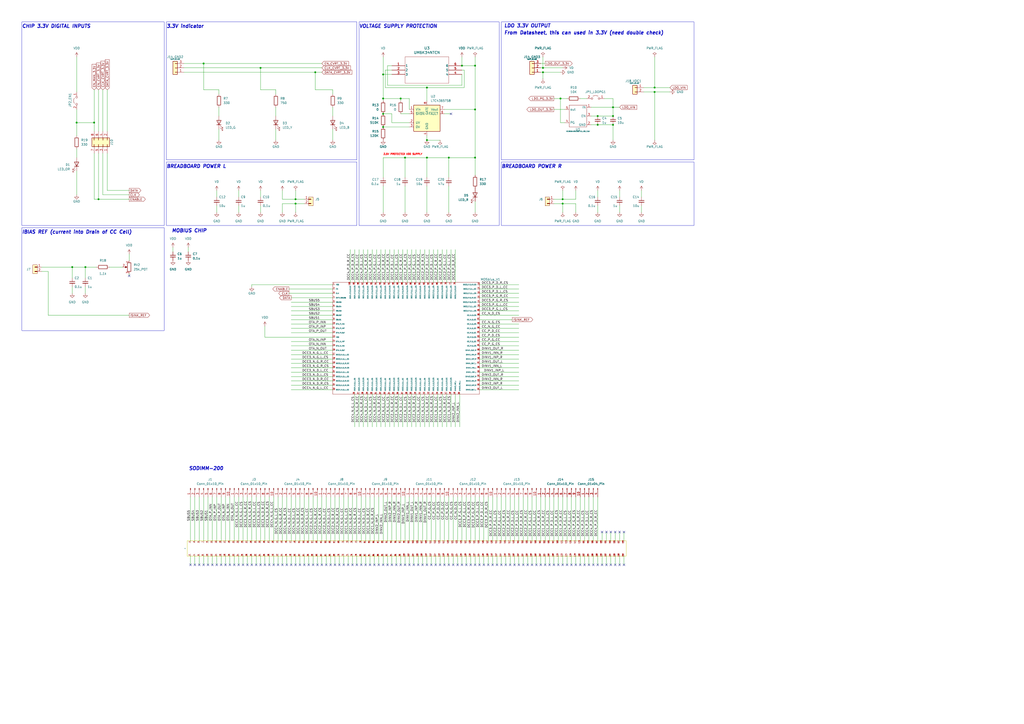
<source format=kicad_sch>
(kicad_sch (version 20250114) (generator "eeschema") (generator_version "9.0")
  (paper "A2")
  (rectangle (start 96.52 12.7) (end 207.01 92.71))
  (rectangle (start 96.52 93.98) (end 207.01 130.81))
  (rectangle (start 290.83 12.7) (end 402.59 92.71))
  (rectangle (start 12.7 132.08) (end 95.25 191.77))
  (rectangle (start 208.28 12.7) (end 289.56 130.81))
  (rectangle (start 12.7 12.7) (end 95.25 130.81))
  (rectangle (start 290.83 93.98) (end 402.59 130.81))
  (text "LDO 3.3V OUTPUT" (at 292.354 16.256 0) (effects (font (size 2 2) (bold yes) (italic yes)) (justify left bottom)))
  (text "3.3V indicator" (at 96.52 16.51 0) (effects (font (size 2 2) (bold yes) (italic yes)) (justify left bottom)))
  (text "SODIMM-200\n" (at 109.474 273.05 0) (effects (font (size 2 2) (bold yes) (italic yes)) (justify left bottom)))
  (text "BREADBOARD POWER R" (at 290.83 97.79 0) (effects (font (size 2 2) (bold yes) (italic yes)) (justify left bottom)))
  (text "CHIP 3.3V DIGITAL INPUTS" (at 12.7 16.51 0) (effects (font (size 2 2) (bold yes) (italic yes)) (justify left bottom)))
  (text "VOLTAGE SUPPLY PROTECTION " (at 208.28 16.51 0) (effects (font (size 2 2) (bold yes) (italic yes)) (justify left bottom)))
  (text "MOBIUS CHIP\n" (at 99.568 135.128 0) (effects (font (size 2 2) (bold yes) (italic yes)) (justify left bottom)))
  (text "BREADBOARD POWER L" (at 96.52 97.79 0) (effects (font (size 2 2) (bold yes) (italic yes)) (justify left bottom)))
  (text "2.5V PROTECTED VDD SUPPLY" (at 222.25 90.17 0) (effects (font (size 1 1) (thickness 0.4) (bold yes) (italic yes)) (justify left bottom)))
  (text "IBIAS REF (current into Drain of CC Cell)" (at 12.7 135.89 0) (effects (font (size 2 2) (bold yes) (italic yes)) (justify left bottom)))
  (text "From Datasheet, this can used in 3.3V (need double check)" (at 292.354 20.32 0) (effects (font (size 2 2) (bold yes) (italic yes)) (justify left bottom)))
  (junction (at 355.6 72.39))
  (junction (at 41.91 154.94))
  (junction (at 247.65 50.8))
  (junction (at 355.6 67.31))
  (junction (at 346.71 67.31))
  (junction (at 247.65 81.28))
  (junction (at 222.25 57.15))
  (junction (at 222.25 43.18))
  (junction (at 260.35 91.44))
  (junction (at 182.88 41.91))
  (junction (at 171.45 115.57))
  (junction (at 325.12 57.15))
  (junction (at 275.59 38.1))
  (junction (at 44.45 71.12))
  (junction (at 222.25 66.04))
  (junction (at 234.95 91.44))
  (junction (at 379.73 50.8))
  (junction (at 275.59 63.5))
  (junction (at 326.39 118.11))
  (junction (at 151.13 39.37))
  (junction (at 247.65 91.44))
  (junction (at 57.15 115.57))
  (junction (at 267.97 38.1))
  (junction (at 171.45 118.11))
  (junction (at 326.39 115.57))
  (junction (at 355.6 62.23))
  (junction (at 346.71 72.39))
  (junction (at 379.73 53.34))
  (junction (at 275.59 91.44))
  (junction (at 232.41 57.15))
  (junction (at 54.61 71.12))
  (junction (at 49.53 154.94))
  (junction (at 314.96 41.91))
  (junction (at 222.25 73.66))
  (junction (at 314.96 39.37))
  (junction (at 118.11 36.83))
  (no_connect (at 128.27 327.66))
  (no_connect (at 290.83 327.66))
  (no_connect (at 250.19 327.66))
  (no_connect (at 176.53 327.66))
  (no_connect (at 339.09 327.66))
  (no_connect (at 138.43 327.66))
  (no_connect (at 321.31 327.66))
  (no_connect (at 336.55 327.66))
  (no_connect (at 184.15 327.66))
  (no_connect (at 229.87 327.66))
  (no_connect (at 181.61 327.66))
  (no_connect (at 140.97 327.66))
  (no_connect (at 110.49 327.66))
  (no_connect (at 186.69 327.66))
  (no_connect (at 143.51 327.66))
  (no_connect (at 201.93 327.66))
  (no_connect (at 168.91 327.66))
  (no_connect (at 219.71 327.66))
  (no_connect (at 199.39 327.66))
  (no_connect (at 191.77 327.66))
  (no_connect (at 245.11 327.66))
  (no_connect (at 161.29 327.66))
  (no_connect (at 356.87 327.66))
  (no_connect (at 354.33 327.66))
  (no_connect (at 351.79 327.66))
  (no_connect (at 267.97 327.66))
  (no_connect (at 280.67 327.66))
  (no_connect (at 207.01 327.66))
  (no_connect (at 285.75 327.66))
  (no_connect (at 240.03 327.66))
  (no_connect (at 326.39 327.66))
  (no_connect (at 171.45 327.66))
  (no_connect (at 313.69 327.66))
  (no_connect (at 247.65 327.66))
  (no_connect (at 153.67 327.66))
  (no_connect (at 237.49 327.66))
  (no_connect (at 300.99 327.66))
  (no_connect (at 133.35 327.66))
  (no_connect (at 293.37 327.66))
  (no_connect (at 123.19 327.66))
  (no_connect (at 295.91 327.66))
  (no_connect (at 328.93 327.66))
  (no_connect (at 189.23 327.66))
  (no_connect (at 344.17 327.66))
  (no_connect (at 356.87 308.61))
  (no_connect (at 354.33 308.61))
  (no_connect (at 242.57 327.66))
  (no_connect (at 255.27 327.66))
  (no_connect (at 361.95 327.66))
  (no_connect (at 120.65 327.66))
  (no_connect (at 113.03 327.66))
  (no_connect (at 359.41 308.61))
  (no_connect (at 273.05 327.66))
  (no_connect (at 217.17 327.66))
  (no_connect (at 166.37 327.66))
  (no_connect (at 158.75 327.66))
  (no_connect (at 359.41 327.66))
  (no_connect (at 278.13 327.66))
  (no_connect (at 311.15 327.66))
  (no_connect (at 194.31 327.66))
  (no_connect (at 306.07 327.66))
  (no_connect (at 173.99 327.66))
  (no_connect (at 130.81 327.66))
  (no_connect (at 288.29 327.66))
  (no_connect (at 351.79 308.61))
  (no_connect (at 316.23 327.66))
  (no_connect (at 151.13 327.66))
  (no_connect (at 252.73 327.66))
  (no_connect (at 224.79 327.66))
  (no_connect (at 275.59 327.66))
  (no_connect (at 179.07 327.66))
  (no_connect (at 125.73 327.66))
  (no_connect (at 135.89 327.66))
  (no_connect (at 349.25 327.66))
  (no_connect (at 270.51 327.66))
  (no_connect (at 227.33 327.66))
  (no_connect (at 341.63 327.66))
  (no_connect (at 361.95 308.61))
  (no_connect (at 232.41 327.66))
  (no_connect (at 265.43 327.66))
  (no_connect (at 331.47 327.66))
  (no_connect (at 74.93 160.02))
  (no_connect (at 148.59 327.66))
  (no_connect (at 318.77 327.66))
  (no_connect (at 234.95 327.66))
  (no_connect (at 163.83 327.66))
  (no_connect (at 196.85 327.66))
  (no_connect (at 115.57 327.66))
  (no_connect (at 262.89 327.66))
  (no_connect (at 214.63 327.66))
  (no_connect (at 298.45 327.66))
  (no_connect (at 308.61 327.66))
  (no_connect (at 257.81 327.66))
  (no_connect (at 346.71 327.66))
  (no_connect (at 204.47 327.66))
  (no_connect (at 261.62 66.04))
  (no_connect (at 323.85 327.66))
  (no_connect (at 349.25 308.61))
  (no_connect (at 209.55 327.66))
  (no_connect (at 212.09 327.66))
  (no_connect (at 334.01 327.66))
  (no_connect (at 283.21 327.66))
  (no_connect (at 156.21 327.66))
  (no_connect (at 303.53 327.66))
  (no_connect (at 146.05 327.66))
  (no_connect (at 118.11 327.66))
  (no_connect (at 222.25 327.66))
  (no_connect (at 260.35 327.66))
  (wire (pts (xy 247.65 81.28) (xy 255.27 81.28)))
  (wire (pts (xy 262.89 288.29) (xy 262.89 313.69)))
  (wire (pts (xy 118.11 36.83) (xy 118.11 52.07)))
  (wire (pts (xy 270.51 327.66) (xy 270.51 322.58)))
  (wire (pts (xy 110.49 327.66) (xy 110.49 322.58)))
  (wire (pts (xy 308.61 288.29) (xy 308.61 313.69)))
  (wire (pts (xy 179.07 288.29) (xy 179.07 313.69)))
  (wire (pts (xy 193.04 195.58) (xy 153.67 195.58)))
  (wire (pts (xy 153.67 313.69) (xy 153.67 288.29)))
  (wire (pts (xy 219.71 327.66) (xy 219.71 322.58)))
  (wire (pts (xy 336.55 327.66) (xy 336.55 322.58)))
  (wire (pts (xy 110.49 313.69) (xy 110.49 288.29)))
  (wire (pts (xy 215.9 144.78) (xy 215.9 163.83)))
  (wire (pts (xy 341.63 327.66) (xy 341.63 322.58)))
  (wire (pts (xy 54.61 71.12) (xy 54.61 76.2)))
  (wire (pts (xy 168.91 198.12) (xy 193.04 198.12)))
  (wire (pts (xy 118.11 313.69) (xy 118.11 288.29)))
  (wire (pts (xy 207.01 288.29) (xy 207.01 313.69)))
  (wire (pts (xy 133.35 313.69) (xy 133.35 288.29)))
  (wire (pts (xy 349.25 308.61) (xy 349.25 313.69)))
  (wire (pts (xy 167.64 167.64) (xy 193.04 167.64)))
  (wire (pts (xy 229.87 288.29) (xy 229.87 313.69)))
  (wire (pts (xy 224.79 327.66) (xy 224.79 322.58)))
  (wire (pts (xy 171.45 327.66) (xy 171.45 322.58)))
  (wire (pts (xy 278.13 198.12) (xy 300.99 198.12)))
  (wire (pts (xy 316.23 288.29) (xy 316.23 313.69)))
  (wire (pts (xy 242.57 288.29) (xy 242.57 313.69)))
  (wire (pts (xy 267.97 43.18) (xy 267.97 49.53)))
  (wire (pts (xy 168.91 200.66) (xy 193.04 200.66)))
  (wire (pts (xy 234.95 288.29) (xy 234.95 313.69)))
  (wire (pts (xy 163.83 327.66) (xy 163.83 322.58)))
  (wire (pts (xy 74.93 160.02) (xy 74.93 158.75)))
  (wire (pts (xy 334.01 327.66) (xy 334.01 322.58)))
  (wire (pts (xy 278.13 193.04) (xy 300.99 193.04)))
  (wire (pts (xy 227.33 40.64) (xy 223.52 40.64)))
  (wire (pts (xy 236.22 144.78) (xy 236.22 163.83)))
  (wire (pts (xy 215.9 228.6) (xy 215.9 247.65)))
  (wire (pts (xy 290.83 327.66) (xy 290.83 322.58)))
  (wire (pts (xy 278.13 185.42) (xy 297.18 185.42)))
  (wire (pts (xy 261.62 144.78) (xy 261.62 163.83)))
  (wire (pts (xy 321.31 118.11) (xy 326.39 118.11)))
  (wire (pts (xy 156.21 327.66) (xy 156.21 322.58)))
  (wire (pts (xy 311.15 327.66) (xy 311.15 322.58)))
  (wire (pts (xy 241.3 144.78) (xy 241.3 163.83)))
  (wire (pts (xy 59.69 113.03) (xy 74.93 113.03)))
  (wire (pts (xy 293.37 327.66) (xy 293.37 322.58)))
  (wire (pts (xy 168.91 175.26) (xy 193.04 175.26)))
  (wire (pts (xy 24.13 154.94) (xy 41.91 154.94)))
  (wire (pts (xy 241.3 228.6) (xy 241.3 247.65)))
  (wire (pts (xy 168.91 172.72) (xy 193.04 172.72)))
  (wire (pts (xy 260.35 288.29) (xy 260.35 313.69)))
  (wire (pts (xy 278.13 203.2) (xy 300.99 203.2)))
  (wire (pts (xy 181.61 288.29) (xy 181.61 313.69)))
  (wire (pts (xy 41.91 154.94) (xy 49.53 154.94)))
  (wire (pts (xy 148.59 327.66) (xy 148.59 322.58)))
  (wire (pts (xy 118.11 36.83) (xy 186.69 36.83)))
  (wire (pts (xy 62.23 88.9) (xy 62.23 110.49)))
  (wire (pts (xy 346.71 67.31) (xy 342.9 67.31)))
  (wire (pts (xy 316.23 36.83) (xy 313.69 36.83)))
  (wire (pts (xy 275.59 33.02) (xy 275.59 38.1)))
  (wire (pts (xy 250.19 288.29) (xy 250.19 313.69)))
  (wire (pts (xy 227.33 38.1) (xy 224.79 38.1)))
  (wire (pts (xy 250.19 327.66) (xy 250.19 322.58)))
  (wire (pts (xy 240.03 327.66) (xy 240.03 322.58)))
  (wire (pts (xy 339.09 288.29) (xy 339.09 313.69)))
  (wire (pts (xy 213.36 228.6) (xy 213.36 247.65)))
  (wire (pts (xy 171.45 118.11) (xy 163.83 118.11)))
  (wire (pts (xy 127 62.23) (xy 127 67.31)))
  (wire (pts (xy 295.91 327.66) (xy 295.91 322.58)))
  (wire (pts (xy 275.59 63.5) (xy 275.59 91.44)))
  (wire (pts (xy 222.25 91.44) (xy 234.95 91.44)))
  (wire (pts (xy 260.35 91.44) (xy 260.35 102.87)))
  (wire (pts (xy 196.85 288.29) (xy 196.85 313.69)))
  (wire (pts (xy 223.52 144.78) (xy 223.52 163.83)))
  (wire (pts (xy 246.38 228.6) (xy 246.38 247.65)))
  (wire (pts (xy 257.81 288.29) (xy 257.81 313.69)))
  (wire (pts (xy 27.94 157.48) (xy 24.13 157.48)))
  (wire (pts (xy 260.35 327.66) (xy 260.35 322.58)))
  (wire (pts (xy 212.09 327.66) (xy 212.09 322.58)))
  (wire (pts (xy 247.65 50.8) (xy 247.65 58.42)))
  (wire (pts (xy 218.44 228.6) (xy 218.44 247.65)))
  (wire (pts (xy 120.65 327.66) (xy 120.65 322.58)))
  (wire (pts (xy 227.33 71.12) (xy 227.33 66.04)))
  (wire (pts (xy 313.69 288.29) (xy 313.69 313.69)))
  (wire (pts (xy 278.13 172.72) (xy 300.99 172.72)))
  (wire (pts (xy 166.37 327.66) (xy 166.37 322.58)))
  (wire (pts (xy 316.23 327.66) (xy 316.23 322.58)))
  (wire (pts (xy 379.73 53.34) (xy 379.73 81.28)))
  (wire (pts (xy 146.05 165.1) (xy 193.04 165.1)))
  (wire (pts (xy 303.53 288.29) (xy 303.53 313.69)))
  (wire (pts (xy 273.05 327.66) (xy 273.05 322.58)))
  (wire (pts (xy 189.23 288.29) (xy 189.23 313.69)))
  (wire (pts (xy 300.99 327.66) (xy 300.99 322.58)))
  (wire (pts (xy 209.55 288.29) (xy 209.55 313.69)))
  (wire (pts (xy 166.37 288.29) (xy 166.37 313.69)))
  (wire (pts (xy 41.91 170.18) (xy 41.91 166.37)))
  (wire (pts (xy 168.91 218.44) (xy 193.04 218.44)))
  (wire (pts (xy 130.81 327.66) (xy 130.81 322.58)))
  (wire (pts (xy 54.61 115.57) (xy 57.15 115.57)))
  (wire (pts (xy 355.6 57.15) (xy 350.52 57.15)))
  (wire (pts (xy 252.73 288.29) (xy 252.73 313.69)))
  (wire (pts (xy 123.19 327.66) (xy 123.19 322.58)))
  (wire (pts (xy 186.69 288.29) (xy 186.69 313.69)))
  (wire (pts (xy 171.45 110.49) (xy 171.45 115.57)))
  (wire (pts (xy 106.68 36.83) (xy 118.11 36.83)))
  (wire (pts (xy 308.61 327.66) (xy 308.61 322.58)))
  (wire (pts (xy 222.25 327.66) (xy 222.25 322.58)))
  (wire (pts (xy 355.6 62.23) (xy 355.6 67.31)))
  (wire (pts (xy 125.73 110.49) (xy 125.73 114.3)))
  (wire (pts (xy 222.25 73.66) (xy 237.49 73.66)))
  (wire (pts (xy 373.38 50.8) (xy 379.73 50.8)))
  (wire (pts (xy 254 228.6) (xy 254 247.65)))
  (wire (pts (xy 255.27 327.66) (xy 255.27 322.58)))
  (wire (pts (xy 326.39 118.11) (xy 334.01 118.11)))
  (wire (pts (xy 231.14 228.6) (xy 231.14 247.65)))
  (wire (pts (xy 336.55 288.29) (xy 336.55 313.69)))
  (wire (pts (xy 214.63 327.66) (xy 214.63 322.58)))
  (wire (pts (xy 128.27 327.66) (xy 128.27 322.58)))
  (wire (pts (xy 351.79 327.66) (xy 351.79 322.58)))
  (wire (pts (xy 306.07 327.66) (xy 306.07 322.58)))
  (wire (pts (xy 113.03 313.69) (xy 113.03 288.29)))
  (wire (pts (xy 57.15 88.9) (xy 57.15 115.57)))
  (wire (pts (xy 264.16 228.6) (xy 264.16 247.65)))
  (wire (pts (xy 207.01 327.66) (xy 207.01 322.58)))
  (wire (pts (xy 168.91 210.82) (xy 193.04 210.82)))
  (wire (pts (xy 181.61 327.66) (xy 181.61 322.58)))
  (wire (pts (xy 325.12 57.15) (xy 328.93 57.15)))
  (wire (pts (xy 163.83 288.29) (xy 163.83 313.69)))
  (wire (pts (xy 361.95 308.61) (xy 361.95 313.69)))
  (wire (pts (xy 146.05 313.69) (xy 146.05 288.29)))
  (wire (pts (xy 238.76 144.78) (xy 238.76 163.83)))
  (wire (pts (xy 62.23 52.07) (xy 62.23 76.2)))
  (wire (pts (xy 372.11 123.19) (xy 372.11 119.38)))
  (wire (pts (xy 222.25 288.29) (xy 222.25 313.69)))
  (wire (pts (xy 278.13 215.9) (xy 300.99 215.9)))
  (wire (pts (xy 285.75 288.29) (xy 285.75 313.69)))
  (wire (pts (xy 227.33 327.66) (xy 227.33 322.58)))
  (wire (pts (xy 219.71 288.29) (xy 219.71 313.69)))
  (wire (pts (xy 220.98 228.6) (xy 220.98 247.65)))
  (wire (pts (xy 151.13 313.69) (xy 151.13 288.29)))
  (wire (pts (xy 283.21 327.66) (xy 283.21 322.58)))
  (wire (pts (xy 278.13 175.26) (xy 300.99 175.26)))
  (wire (pts (xy 346.71 72.39) (xy 342.9 72.39)))
  (wire (pts (xy 184.15 327.66) (xy 184.15 322.58)))
  (wire (pts (xy 151.13 110.49) (xy 151.13 114.3)))
  (wire (pts (xy 278.13 213.36) (xy 300.99 213.36)))
  (wire (pts (xy 359.41 123.19) (xy 359.41 119.38)))
  (wire (pts (xy 118.11 327.66) (xy 118.11 322.58)))
  (wire (pts (xy 208.28 144.78) (xy 208.28 163.83)))
  (wire (pts (xy 247.65 288.29) (xy 247.65 313.69)))
  (wire (pts (xy 176.53 115.57) (xy 171.45 115.57)))
  (wire (pts (xy 224.79 49.53) (xy 267.97 49.53)))
  (wire (pts (xy 191.77 327.66) (xy 191.77 322.58)))
  (wire (pts (xy 135.89 327.66) (xy 135.89 322.58)))
  (wire (pts (xy 163.83 118.11) (xy 163.83 123.19)))
  (wire (pts (xy 278.13 223.52) (xy 300.99 223.52)))
  (wire (pts (xy 168.91 203.2) (xy 193.04 203.2)))
  (wire (pts (xy 210.82 144.78) (xy 210.82 163.83)))
  (wire (pts (xy 327.66 71.12) (xy 325.12 71.12)))
  (wire (pts (xy 265.43 288.29) (xy 265.43 313.69)))
  (wire (pts (xy 275.59 91.44) (xy 275.59 101.6)))
  (wire (pts (xy 334.01 118.11) (xy 334.01 123.19)))
  (wire (pts (xy 186.69 327.66) (xy 186.69 322.58)))
  (wire (pts (xy 226.06 144.78) (xy 226.06 163.83)))
  (wire (pts (xy 278.13 226.06) (xy 300.99 226.06)))
  (wire (pts (xy 334.01 110.49) (xy 334.01 115.57)))
  (wire (pts (xy 298.45 327.66) (xy 298.45 322.58)))
  (wire (pts (xy 160.02 62.23) (xy 160.02 67.31)))
  (wire (pts (xy 234.95 91.44) (xy 247.65 91.44)))
  (wire (pts (xy 278.13 167.64) (xy 300.99 167.64)))
  (wire (pts (xy 168.91 177.8) (xy 193.04 177.8)))
  (wire (pts (xy 257.81 63.5) (xy 275.59 63.5)))
  (wire (pts (xy 168.91 187.96) (xy 193.04 187.96)))
  (wire (pts (xy 179.07 327.66) (xy 179.07 322.58)))
  (wire (pts (xy 193.04 74.93) (xy 193.04 81.28)))
  (wire (pts (xy 222.25 91.44) (xy 222.25 102.87)))
  (wire (pts (xy 359.41 308.61) (xy 359.41 313.69)))
  (wire (pts (xy 278.13 288.29) (xy 278.13 313.69)))
  (wire (pts (xy 125.73 313.69) (xy 125.73 288.29)))
  (wire (pts (xy 223.52 228.6) (xy 223.52 247.65)))
  (wire (pts (xy 265.43 327.66) (xy 265.43 322.58)))
  (wire (pts (xy 278.13 327.66) (xy 278.13 322.58)))
  (wire (pts (xy 160.02 52.07) (xy 160.02 54.61)))
  (wire (pts (xy 133.35 327.66) (xy 133.35 322.58)))
  (wire (pts (xy 176.53 327.66) (xy 176.53 322.58)))
  (wire (pts (xy 191.77 288.29) (xy 191.77 313.69)))
  (wire (pts (xy 275.59 327.66) (xy 275.59 322.58)))
  (wire (pts (xy 222.25 43.18) (xy 227.33 43.18)))
  (wire (pts (xy 128.27 313.69) (xy 128.27 288.29)))
  (wire (pts (xy 326.39 110.49) (xy 326.39 115.57)))
  (wire (pts (xy 283.21 288.29) (xy 283.21 313.69)))
  (wire (pts (xy 233.68 144.78) (xy 233.68 163.83)))
  (wire (pts (xy 100.33 143.51) (xy 100.33 146.05)))
  (wire (pts (xy 275.59 38.1) (xy 275.59 63.5)))
  (wire (pts (xy 228.6 228.6) (xy 228.6 247.65)))
  (wire (pts (xy 379.73 50.8) (xy 388.62 50.8)))
  (wire (pts (xy 251.46 228.6) (xy 251.46 247.65)))
  (wire (pts (xy 379.73 33.02) (xy 379.73 50.8)))
  (wire (pts (xy 359.41 110.49) (xy 359.41 114.3)))
  (wire (pts (xy 57.15 115.57) (xy 74.93 115.57)))
  (wire (pts (xy 349.25 327.66) (xy 349.25 322.58)))
  (wire (pts (xy 161.29 327.66) (xy 161.29 322.58)))
  (wire (pts (xy 123.19 313.69) (xy 123.19 288.29)))
  (wire (pts (xy 246.38 144.78) (xy 246.38 163.83)))
  (wire (pts (xy 259.08 228.6) (xy 259.08 247.65)))
  (wire (pts (xy 171.45 118.11) (xy 171.45 123.19)))
  (wire (pts (xy 341.63 288.29) (xy 341.63 313.69)))
  (wire (pts (xy 156.21 313.69) (xy 156.21 288.29)))
  (wire (pts (xy 74.93 147.32) (xy 74.93 151.13)))
  (wire (pts (xy 354.33 327.66) (xy 354.33 322.58)))
  (wire (pts (xy 199.39 327.66) (xy 199.39 322.58)))
  (wire (pts (xy 232.41 288.29) (xy 232.41 313.69)))
  (wire (pts (xy 168.91 215.9) (xy 193.04 215.9)))
  (wire (pts (xy 115.57 327.66) (xy 115.57 322.58)))
  (wire (pts (xy 146.05 165.1) (xy 146.05 166.37)))
  (wire (pts (xy 247.65 91.44) (xy 247.65 102.87)))
  (wire (pts (xy 288.29 327.66) (xy 288.29 322.58)))
  (wire (pts (xy 173.99 327.66) (xy 173.99 322.58)))
  (wire (pts (xy 247.65 78.74) (xy 247.65 81.28)))
  (wire (pts (xy 176.53 288.29) (xy 176.53 313.69)))
  (wire (pts (xy 232.41 57.15) (xy 237.49 57.15)))
  (wire (pts (xy 346.71 288.29) (xy 346.71 313.69)))
  (wire (pts (xy 148.59 313.69) (xy 148.59 288.29)))
  (wire (pts (xy 247.65 107.95) (xy 247.65 123.19)))
  (wire (pts (xy 261.62 66.04) (xy 257.81 66.04)))
  (wire (pts (xy 205.74 228.6) (xy 205.74 247.65)))
  (wire (pts (xy 260.35 91.44) (xy 275.59 91.44)))
  (wire (pts (xy 49.53 154.94) (xy 55.88 154.94)))
  (wire (pts (xy 344.17 327.66) (xy 344.17 322.58)))
  (wire (pts (xy 49.53 154.94) (xy 49.53 161.29)))
  (wire (pts (xy 208.28 228.6) (xy 208.28 247.65)))
  (wire (pts (xy 255.27 288.29) (xy 255.27 313.69)))
  (wire (pts (xy 318.77 327.66) (xy 318.77 322.58)))
  (wire (pts (xy 361.95 327.66) (xy 361.95 322.58)))
  (wire (pts (xy 252.73 327.66) (xy 252.73 322.58)))
  (wire (pts (xy 355.6 67.31) (xy 346.71 67.31)))
  (wire (pts (xy 223.52 40.64) (xy 223.52 50.8)))
  (wire (pts (xy 130.81 313.69) (xy 130.81 288.29)))
  (wire (pts (xy 354.33 308.61) (xy 354.33 313.69)))
  (wire (pts (xy 205.74 144.78) (xy 205.74 163.83)))
  (wire (pts (xy 44.45 71.12) (xy 54.61 71.12)))
  (wire (pts (xy 326.39 115.57) (xy 334.01 115.57)))
  (wire (pts (xy 203.2 144.78) (xy 203.2 163.83)))
  (wire (pts (xy 356.87 327.66) (xy 356.87 322.58)))
  (wire (pts (xy 328.93 288.29) (xy 328.93 313.69)))
  (wire (pts (xy 231.14 144.78) (xy 231.14 163.83)))
  (wire (pts (xy 182.88 41.91) (xy 186.69 41.91)))
  (wire (pts (xy 355.6 57.15) (xy 355.6 62.23)))
  (wire (pts (xy 355.6 72.39) (xy 346.71 72.39)))
  (wire (pts (xy 54.61 52.07) (xy 54.61 71.12)))
  (wire (pts (xy 171.45 288.29) (xy 171.45 313.69)))
  (wire (pts (xy 182.88 41.91) (xy 182.88 52.07)))
  (wire (pts (xy 295.91 288.29) (xy 295.91 313.69)))
  (wire (pts (xy 173.99 288.29) (xy 173.99 313.69)))
  (wire (pts (xy 278.13 200.66) (xy 300.99 200.66)))
  (wire (pts (xy 359.41 62.23) (xy 355.6 62.23)))
  (wire (pts (xy 222.25 33.02) (xy 222.25 43.18)))
  (wire (pts (xy 196.85 327.66) (xy 196.85 322.58)))
  (wire (pts (xy 113.03 327.66) (xy 113.03 322.58)))
  (wire (pts (xy 59.69 88.9) (xy 59.69 113.03)))
  (wire (pts (xy 278.13 180.34) (xy 300.99 180.34)))
  (wire (pts (xy 44.45 63.5) (xy 44.45 71.12)))
  (wire (pts (xy 168.91 223.52) (xy 193.04 223.52)))
  (wire (pts (xy 321.31 288.29) (xy 321.31 313.69)))
  (wire (pts (xy 184.15 288.29) (xy 184.15 313.69)))
  (wire (pts (xy 278.13 177.8) (xy 300.99 177.8)))
  (wire (pts (xy 193.04 62.23) (xy 193.04 67.31)))
  (wire (pts (xy 201.93 288.29) (xy 201.93 313.69)))
  (wire (pts (xy 49.53 166.37) (xy 49.53 170.18)))
  (wire (pts (xy 224.79 288.29) (xy 224.79 313.69)))
  (wire (pts (xy 120.65 313.69) (xy 120.65 288.29)))
  (wire (pts (xy 264.16 144.78) (xy 264.16 163.83)))
  (wire (pts (xy 311.15 288.29) (xy 311.15 313.69)))
  (wire (pts (xy 336.55 57.15) (xy 340.36 57.15)))
  (wire (pts (xy 242.57 327.66) (xy 242.57 322.58)))
  (wire (pts (xy 223.52 50.8) (xy 247.65 50.8)))
  (wire (pts (xy 256.54 144.78) (xy 256.54 163.83)))
  (wire (pts (xy 278.13 205.74) (xy 300.99 205.74)))
  (wire (pts (xy 306.07 288.29) (xy 306.07 313.69)))
  (wire (pts (xy 168.91 182.88) (xy 193.04 182.88)))
  (wire (pts (xy 226.06 228.6) (xy 226.06 247.65)))
  (wire (pts (xy 290.83 288.29) (xy 290.83 313.69)))
  (wire (pts (xy 260.35 107.95) (xy 260.35 123.19)))
  (wire (pts (xy 59.69 52.07) (xy 59.69 76.2)))
  (wire (pts (xy 71.12 154.94) (xy 63.5 154.94)))
  (wire (pts (xy 245.11 288.29) (xy 245.11 313.69)))
  (wire (pts (xy 217.17 327.66) (xy 217.17 322.58)))
  (wire (pts (xy 321.31 57.15) (xy 325.12 57.15)))
  (wire (pts (xy 127 52.07) (xy 127 54.61)))
  (wire (pts (xy 233.68 228.6) (xy 233.68 247.65)))
  (wire (pts (xy 168.91 327.66) (xy 168.91 322.58)))
  (wire (pts (xy 227.33 288.29) (xy 227.33 313.69)))
  (wire (pts (xy 325.12 41.91) (xy 314.96 41.91)))
  (wire (pts (xy 236.22 228.6) (xy 236.22 247.65)))
  (wire (pts (xy 106.68 41.91) (xy 182.88 41.91)))
  (wire (pts (xy 151.13 123.19) (xy 151.13 119.38)))
  (wire (pts (xy 41.91 154.94) (xy 41.91 161.29)))
  (wire (pts (xy 151.13 39.37) (xy 151.13 52.07)))
  (wire (pts (xy 269.24 50.8) (xy 269.24 40.64)))
  (wire (pts (xy 201.93 327.66) (xy 201.93 322.58)))
  (wire (pts (xy 125.73 327.66) (xy 125.73 322.58)))
  (wire (pts (xy 243.84 228.6) (xy 243.84 247.65)))
  (wire (pts (xy 168.91 220.98) (xy 193.04 220.98)))
  (wire (pts (xy 62.23 110.49) (xy 74.93 110.49)))
  (wire (pts (xy 194.31 327.66) (xy 194.31 322.58)))
  (wire (pts (xy 234.95 327.66) (xy 234.95 322.58)))
  (wire (pts (xy 379.73 53.34) (xy 388.62 53.34)))
  (wire (pts (xy 213.36 144.78) (xy 213.36 163.83)))
  (wire (pts (xy 161.29 288.29) (xy 161.29 313.69)))
  (wire (pts (xy 278.13 165.1) (xy 300.99 165.1)))
  (wire (pts (xy 158.75 313.69) (xy 158.75 288.29)))
  (wire (pts (xy 228.6 144.78) (xy 228.6 163.83)))
  (wire (pts (xy 355.6 62.23) (xy 342.9 62.23)))
  (wire (pts (xy 339.09 327.66) (xy 339.09 322.58)))
  (wire (pts (xy 259.08 144.78) (xy 259.08 163.83)))
  (wire (pts (xy 194.31 288.29) (xy 194.31 313.69)))
  (wire (pts (xy 267.97 327.66) (xy 267.97 322.58)))
  (wire (pts (xy 168.91 205.74) (xy 193.04 205.74)))
  (wire (pts (xy 326.39 327.66) (xy 326.39 322.58)))
  (wire (pts (xy 240.03 288.29) (xy 240.03 313.69)))
  (wire (pts (xy 285.75 327.66) (xy 285.75 322.58)))
  (wire (pts (xy 232.41 66.04) (xy 237.49 66.04)))
  (wire (pts (xy 189.23 327.66) (xy 189.23 322.58)))
  (wire (pts (xy 300.99 288.29) (xy 300.99 313.69)))
  (wire (pts (xy 168.91 193.04) (xy 193.04 193.04)))
  (wire (pts (xy 372.11 110.49) (xy 372.11 114.3)))
  (wire (pts (xy 199.39 288.29) (xy 199.39 313.69)))
  (wire (pts (xy 278.13 182.88) (xy 300.99 182.88)))
  (wire (pts (xy 318.77 288.29) (xy 318.77 313.69)))
  (wire (pts (xy 323.85 327.66) (xy 323.85 322.58)))
  (wire (pts (xy 267.97 38.1) (xy 275.59 38.1)))
  (wire (pts (xy 278.13 210.82) (xy 300.99 210.82)))
  (wire (pts (xy 234.95 91.44) (xy 234.95 102.87)))
  (wire (pts (xy 331.47 327.66) (xy 331.47 322.58)))
  (wire (pts (xy 176.53 118.11) (xy 171.45 118.11)))
  (wire (pts (xy 275.59 288.29) (xy 275.59 313.69)))
  (wire (pts (xy 127 74.93) (xy 127 81.28)))
  (wire (pts (xy 151.13 52.07) (xy 160.02 52.07)))
  (wire (pts (xy 168.91 208.28) (xy 193.04 208.28)))
  (wire (pts (xy 212.09 288.29) (xy 212.09 313.69)))
  (wire (pts (xy 293.37 288.29) (xy 293.37 313.69)))
  (wire (pts (xy 256.54 228.6) (xy 256.54 247.65)))
  (wire (pts (xy 138.43 327.66) (xy 138.43 322.58)))
  (wire (pts (xy 234.95 107.95) (xy 234.95 123.19)))
  (wire (pts (xy 313.69 327.66) (xy 313.69 322.58)))
  (wire (pts (xy 171.45 115.57) (xy 163.83 115.57)))
  (wire (pts (xy 143.51 327.66) (xy 143.51 322.58)))
  (wire (pts (xy 168.91 180.34) (xy 193.04 180.34)))
  (wire (pts (xy 210.82 228.6) (xy 210.82 247.65)))
  (wire (pts (xy 168.91 213.36) (xy 193.04 213.36)))
  (wire (pts (xy 267.97 288.29) (xy 267.97 313.69)))
  (wire (pts (xy 275.59 116.84) (xy 275.59 123.19)))
  (wire (pts (xy 209.55 327.66) (xy 209.55 322.58)))
  (wire (pts (xy 346.71 110.49) (xy 346.71 114.3)))
  (wire (pts (xy 321.31 327.66) (xy 321.31 322.58)))
  (wire (pts (xy 27.94 157.48) (xy 27.94 182.88)))
  (wire (pts (xy 344.17 288.29) (xy 344.17 313.69)))
  (wire (pts (xy 267.97 33.02) (xy 267.97 38.1)))
  (wire (pts (xy 138.43 313.69) (xy 138.43 288.29)))
  (wire (pts (xy 168.91 185.42) (xy 193.04 185.42)))
  (wire (pts (xy 288.29 288.29) (xy 288.29 313.69)))
  (wire (pts (xy 182.88 52.07) (xy 193.04 52.07)))
  (wire (pts (xy 237.49 327.66) (xy 237.49 322.58)))
  (wire (pts (xy 266.7 228.6) (xy 266.7 247.65)))
  (wire (pts (xy 140.97 327.66) (xy 140.97 322.58)))
  (wire (pts (xy 355.6 72.39) (xy 355.6 81.28)))
  (wire (pts (xy 214.63 288.29) (xy 214.63 313.69)))
  (wire (pts (xy 313.69 39.37) (xy 314.96 39.37)))
  (wire (pts (xy 160.02 74.93) (xy 160.02 81.28)))
  (wire (pts (xy 220.98 144.78) (xy 220.98 163.83)))
  (wire (pts (xy 127 52.07) (xy 118.11 52.07)))
  (wire (pts (xy 222.25 43.18) (xy 222.25 57.15)))
  (wire (pts (xy 74.93 182.88) (xy 27.94 182.88)))
  (wire (pts (xy 314.96 33.02) (xy 314.96 39.37)))
  (wire (pts (xy 278.13 208.28) (xy 300.99 208.28)))
  (wire (pts (xy 237.49 71.12) (xy 227.33 71.12)))
  (wire (pts (xy 54.61 88.9) (xy 54.61 115.57)))
  (wire (pts (xy 254 144.78) (xy 254 163.83)))
  (wire (pts (xy 232.41 57.15) (xy 232.41 58.42)))
  (wire (pts (xy 278.13 195.58) (xy 300.99 195.58)))
  (wire (pts (xy 321.31 63.5) (xy 327.66 63.5)))
  (wire (pts (xy 44.45 91.44) (xy 44.45 86.36)))
  (wire (pts (xy 44.45 33.02) (xy 44.45 53.34)))
  (wire (pts (xy 280.67 327.66) (xy 280.67 322.58)))
  (wire (pts (xy 248.92 228.6) (xy 248.92 247.65)))
  (wire (pts (xy 248.92 144.78) (xy 248.92 163.83)))
  (wire (pts (xy 222.25 57.15) (xy 222.25 58.42)))
  (wire (pts (xy 217.17 288.29) (xy 217.17 313.69)))
  (wire (pts (xy 146.05 327.66) (xy 146.05 322.58)))
  (wire (pts (xy 167.64 170.18) (xy 193.04 170.18)))
  (wire (pts (xy 280.67 288.29) (xy 280.67 313.69)))
  (wire (pts (xy 273.05 288.29) (xy 273.05 313.69)))
  (wire (pts (xy 247.65 50.8) (xy 269.24 50.8)))
  (wire (pts (xy 204.47 288.29) (xy 204.47 313.69)))
  (wire (pts (xy 278.13 220.98) (xy 300.99 220.98)))
  (wire (pts (xy 106.68 39.37) (xy 151.13 39.37)))
  (wire (pts (xy 326.39 118.11) (xy 326.39 123.19)))
  (wire (pts (xy 351.79 308.61) (xy 351.79 313.69)))
  (wire (pts (xy 44.45 99.06) (xy 44.45 113.03)))
  (wire (pts (xy 359.41 327.66) (xy 359.41 322.58)))
  (wire (pts (xy 346.71 327.66) (xy 346.71 322.58)))
  (wire (pts (xy 314.96 39.37) (xy 326.39 39.37)))
  (wire (pts (xy 278.13 218.44) (xy 300.99 218.44)))
  (wire (pts (xy 238.76 228.6) (xy 238.76 247.65)))
  (wire (pts (xy 237.49 63.5) (xy 237.49 57.15)))
  (wire (pts (xy 323.85 288.29) (xy 323.85 313.69)))
  (wire (pts (xy 334.01 288.29) (xy 334.01 313.69)))
  (wire (pts (xy 232.41 327.66) (xy 232.41 322.58)))
  (wire (pts (xy 373.38 53.34) (xy 379.73 53.34)))
  (wire (pts (xy 257.81 327.66) (xy 257.81 322.58)))
  (wire (pts (xy 168.91 288.29) (xy 168.91 313.69)))
  (wire (pts (xy 356.87 308.61) (xy 356.87 313.69)))
  (wire (pts (xy 168.91 190.5) (xy 193.04 190.5)))
  (wire (pts (xy 237.49 288.29) (xy 237.49 313.69)))
  (wire (pts (xy 243.84 144.78) (xy 243.84 163.83)))
  (wire (pts (xy 57.15 52.07) (xy 57.15 76.2)))
  (wire (pts (xy 245.11 327.66) (xy 245.11 322.58)))
  (wire (pts (xy 143.51 313.69) (xy 143.51 288.29)))
  (wire (pts (xy 138.43 123.19) (xy 138.43 119.38)))
  (wire (pts (xy 247.65 91.44) (xy 260.35 91.44)))
  (wire (pts (xy 269.24 40.64) (xy 267.97 40.64)))
  (wire (pts (xy 298.45 288.29) (xy 298.45 313.69)))
  (wire (pts (xy 158.75 327.66) (xy 158.75 322.58)))
  (wire (pts (xy 314.96 41.91) (xy 313.69 41.91)))
  (wire (pts (xy 346.71 123.19) (xy 346.71 119.38)))
  (wire (pts (xy 229.87 327.66) (xy 229.87 322.58)))
  (wire (pts (xy 278.13 187.96) (xy 300.99 187.96)))
  (wire (pts (xy 204.47 327.66) (xy 204.47 322.58)))
  (wire (pts (xy 303.53 327.66) (xy 303.53 322.58)))
  (wire (pts (xy 328.93 327.66) (xy 328.93 322.58)))
  (wire (pts (xy 278.13 170.18) (xy 300.99 170.18)))
  (wire (pts (xy 163.83 110.49) (xy 163.83 115.57)))
  (wire (pts (xy 224.79 38.1) (xy 224.79 49.53)))
  (wire (pts (xy 44.45 71.12) (xy 44.45 78.74)))
  (wire (pts (xy 151.13 39.37) (xy 186.69 39.37)))
  (wire (pts (xy 109.22 143.51) (xy 109.22 146.05)))
  (wire (pts (xy 140.97 313.69) (xy 140.97 288.29)))
  (wire (pts (xy 218.44 144.78) (xy 218.44 163.83)))
  (wire (pts (xy 326.39 288.29) (xy 326.39 313.69)))
  (wire (pts (xy 135.89 313.69) (xy 135.89 288.29)))
  (wire (pts (xy 278.13 190.5) (xy 300.99 190.5)))
  (wire (pts (xy 222.25 57.15) (xy 232.41 57.15)))
  (wire (pts (xy 331.47 288.29) (xy 331.47 313.69)))
  (wire (pts (xy 247.65 327.66) (xy 247.65 322.58)))
  (wire (pts (xy 262.89 327.66) (xy 262.89 322.58)))
  (wire (pts (xy 193.04 52.07) (xy 193.04 54.61)))
  (wire (pts (xy 151.13 327.66) (xy 151.13 322.58)))
  (wire (pts (xy 314.96 41.91) (xy 314.96 45.72)))
  (wire (pts (xy 321.31 115.57) (xy 326.39 115.57)))
  (wire (pts (xy 153.67 189.23) (xy 153.67 195.58)))
  (wire (pts (xy 261.62 228.6) (xy 261.62 247.65)))
  (wire (pts (xy 125.73 123.19) (xy 125.73 119.38)))
  (wire (pts (xy 115.57 313.69) (xy 115.57 288.29)))
  (wire (pts (xy 153.67 327.66) (xy 153.67 322.58)))
  (wire (pts (xy 270.51 288.29) (xy 270.51 313.69)))
  (wire (pts (xy 222.25 107.95) (xy 222.25 123.19)))
  (wire (pts (xy 251.46 144.78) (xy 251.46 163.83)))
  (wire (pts (xy 227.33 66.04) (xy 222.25 66.04)))
  (wire (pts (xy 325.12 57.15) (xy 325.12 71.12)))
  (wire (pts (xy 168.91 226.06) (xy 193.04 226.06)))
  (wire (pts (xy 138.43 110.49) (xy 138.43 114.3)))
  (label "DCC2_P_D_L_CC" (at 248.92 162.56 90))
  (label "DCC2_P_G_R_CC" (at 295.91 311.15 90))
  (label "DCC1_P_D_R_CC" (at 223.52 162.56 90))
  (label "DCC1_P_D_L_CS" (at 318.77 311.15 90))
  (label "DCC4_N_G_R_CS" (at 210.82 245.11 90))
  (label "DCC3_N_G_L_CC" (at 138.43 306.07 90))
  (label "DCC4_P_G_L_CS" (at 328.93 311.15 90))
  (label "CC_N_G_CC" (at 260.35 290.83 270))
  (label "DCC4_P_G_R_CS" (at 334.01 311.15 90))
  (label "DCC4_N_G_L_CS" (at 205.74 245.11 90))
  (label "DCC3_N_D_R_CS" (at 175.26 223.52 0))
  (label "OTA_N_OUT" (at 179.07 203.2 0))
  (label "DINV1_INN_R" (at 279.4 205.74 0))
  (label "DCC4_N_D_R_CS" (at 176.53 309.88 90))
  (label "DCC3_P_D_L_CC" (at 280.67 290.83 270))
  (label "DINV2_OUT_R" (at 279.4 218.44 0))
  (label "OTA_P_OUT" (at 179.07 193.04 0))
  (label "DCC4_N_G_R_CS" (at 166.37 309.88 90))
  (label "DCC4_N_G_L_CC" (at 158.75 306.07 90))
  (label "DCC2_N_D_L_CS" (at 236.22 245.11 90))
  (label "DCC3_N_G_R_CC" (at 143.51 306.07 90))
  (label "DCC2_P_G_L_CS" (at 288.29 311.15 90))
  (label "CC_P_D_CS" (at 279.4 195.58 0))
  (label "DCC3_P_D_R_CC" (at 285.75 311.15 90))
  (label "OTA_P_INP" (at 179.07 190.5 0))
  (label "DCC4_N_G_L_CC" (at 175.26 226.06 0))
  (label "SBUS4" (at 179.07 177.8 0))
  (label "CC_P_G_CS" (at 250.19 290.83 270))
  (label "DCC1_N_D_L_CS" (at 256.54 245.11 90))
  (label "SBUS1" (at 120.65 302.26 90))
  (label "DCC2_P_G_R_CS" (at 256.54 162.56 90))
  (label "DCC2_P_D_L_CC" (at 300.99 311.15 90))
  (label "DCC2_P_D_R_CS" (at 246.38 162.56 90))
  (label "DCC1_N_G_R_CC" (at 204.47 309.88 90))
  (label "DCC1_P_G_L_CC" (at 311.15 311.15 90))
  (label "DCC1_N_D_L_CS" (at 212.09 309.88 90))
  (label "DCC1_N_D_R_CC" (at 214.63 309.88 90))
  (label "DCC4_N_D_L_CS" (at 215.9 245.11 90))
  (label "DCC2_N_G_L_CC" (at 179.07 309.88 90))
  (label "DCC4_N_D_L_CC" (at 213.36 245.11 90))
  (label "DCC1_N_G_L_CS" (at 246.38 245.11 90))
  (label "DCC3_P_D_L_CC" (at 279.4 167.64 0))
  (label "SBUS1" (at 179.07 185.42 0))
  (label "DCC4_N_G_R_CC" (at 163.83 309.88 90))
  (label "DCC2_P_G_L_CS" (at 261.62 162.56 90))
  (label "DCC3_N_D_L_CS" (at 151.13 306.07 90))
  (label "OTA_N_INN" (at 179.07 200.66 0))
  (label "DCC1_N_G_L_CS" (at 201.93 309.88 90))
  (label "CC_P_G_CS" (at 279.4 200.66 0))
  (label "DINV2_INN_L" (at 222.25 309.88 90))
  (label "DCC1_N_D_R_CS" (at 217.17 309.88 90))
  (label "SBUS5" (at 179.07 175.26 0))
  (label "CC_P_D_CC" (at 279.4 193.04 0))
  (label "DCC3_N_G_L_CC" (at 175.26 205.74 0))
  (label "DCC2_P_D_R_CC" (at 306.07 311.15 90))
  (label "CC_P_D_CS" (at 255.27 290.83 270))
  (label "DINV1_OUT_R" (at 247.65 290.83 270))
  (label "DCC4_N_D_L_CS" (at 171.45 309.88 90))
  (label "CC_N_G_CS" (at 262.89 290.83 270))
  (label "DCC3_P_D_R_CS" (at 279.4 165.1 0))
  (label "DCC3_P_D_R_CC" (at 264.16 162.56 90))
  (label "DCC3_P_G_R_CC" (at 275.59 290.83 270))
  (label "DCC1_N_D_L_CC" (at 209.55 309.88 90))
  (label "DINV1_INP_L" (at 234.95 292.1 270))
  (label "DCC1_P_D_R_CS" (at 323.85 311.15 90))
  (label "OTA_N_OUT" (at 135.89 302.26 90))
  (label "DCC1_P_G_R_CS" (at 313.69 311.15 90))
  (label "DCC1_N_G_L_CC" (at 199.39 309.88 90))
  (label "DCC4_N_D_L_CC" (at 168.91 309.88 90))
  (label "DCC2_N_D_L_CC" (at 233.68 245.11 90))
  (label "DCC3_P_G_L_CS" (at 279.4 180.34 0))
  (label "DCC2_P_G_R_CS" (at 293.37 311.15 90))
  (label "DINV1_INP_R" (at 279.4 208.28 0))
  (label "DINV1_INP_R" (at 242.57 290.83 270))
  (label "DCC3_N_D_R_CC" (at 153.67 306.07 90))
  (label "SBUS3" (at 115.57 302.26 90))
  (label "SBUS3" (at 179.07 180.34 0))
  (label "DCC1_N_G_R_CS" (at 251.46 245.11 90))
  (label "DCC3_P_D_L_CS" (at 279.4 170.18 0))
  (label "DCC4_P_G_R_CS" (at 215.9 162.56 90))
  (label "DCC1_P_G_R_CC" (at 316.23 311.15 90))
  (label "DCC1_N_G_R_CS" (at 207.01 309.88 90))
  (label "DCC4_P_D_L_CC" (at 341.63 311.15 90))
  (label "OTA_P_INN" (at 179.07 187.96 0))
  (label "DCC2_N_G_R_CC" (at 184.15 309.88 90))
  (label "DCC4_N_D_R_CC" (at 173.99 309.88 90))
  (label "DCC1_P_D_R_CS" (at 226.06 162.56 90))
  (label "DINV2_INP_L" (at 219.71 309.88 90))
  (label "DCC4_N_D_R_CC" (at 218.44 245.11 90))
  (label "DCC3_N_G_L_CS" (at 140.97 306.07 90))
  (label "DCC2_P_D_L_CS" (at 298.45 311.15 90))
  (label "DCC2_P_D_R_CS" (at 303.53 311.15 90))
  (label "DINV2_INN_L" (at 266.7 245.11 90))
  (label "DCC3_P_G_L_CC" (at 279.4 177.8 0))
  (label "DCC1_P_G_R_CC" (at 233.68 162.56 90))
  (label "DCC3_N_D_L_CS" (at 175.26 218.44 0))
  (label "DCC1_N_D_R_CC" (at 259.08 245.11 90))
  (label "DCC1_P_D_L_CC" (at 321.31 311.15 90))
  (label "DCC2_N_G_L_CS" (at 226.06 245.11 90))
  (label "DCC2_P_D_L_CS" (at 251.46 162.56 90))
  (label "DCC2_N_D_R_CS" (at 196.85 309.88 90))
  (label "DCC3_P_G_L_CS" (at 267.97 290.83 270))
  (label "DCC3_N_G_R_CC" (at 175.26 210.82 0))
  (label "DCC4_P_G_R_CC" (at 336.55 311.15 90))
  (label "DINV2_OUT_L" (at 224.79 290.83 270))
  (label "DINV1_INN_L" (at 279.4 213.36 0))
  (label "DCC1_P_G_L_CC" (at 238.76 162.56 90))
  (label "DINV1_INN_L" (at 237.49 290.83 270))
  (label "DCC4_P_D_R_CS" (at 344.17 311.15 90))
  (label "DCC3_P_G_L_CC" (at 270.51 290.83 270))
  (label "DCC2_N_D_L_CC" (at 189.23 309.88 90))
  (label "DCC1_P_D_L_CS" (at 231.14 162.56 90))
  (label "DCC3_P_D_L_CS" (at 278.13 290.83 270))
  (label "DCC4_P_D_L_CS" (at 339.09 311.15 90))
  (label "DCC4_P_D_R_CC" (at 346.71 311.15 90))
  (label "DCC3_N_G_R_CS" (at 146.05 306.07 90))
  (label "DCC2_P_G_L_CC" (at 259.08 162.56 90))
  (label "DINV2_INP_L" (at 264.16 245.11 90))
  (label "SBUS4" (at 113.03 302.26 90))
  (label "DCC4_N_G_L_CS" (at 161.29 309.88 90))
  (label "DCC3_P_G_R_CS" (at 273.05 290.83 270))
  (label "DINV1_OUT_L" (at 279.4 210.82 0))
  (label "DCC3_N_D_L_CC" (at 148.59 306.07 90))
  (label "DCC1_N_G_L_CC" (at 243.84 245.11 90))
  (label "DCC3_P_G_R_CS" (at 279.4 175.26 0))
  (label "CC_P_D_CC" (at 257.81 290.83 270))
  (label "DCC1_P_G_R_CS" (at 236.22 162.56 90))
  (label "OTA_N_INP" (at 130.81 302.26 90))
  (label "DCC4_P_G_L_CC" (at 331.47 311.15 90))
  (label "DCC4_N_D_R_CS" (at 220.98 245.11 90))
  (label "DCC4_P_G_L_CS" (at 220.98 162.56 90))
  (label "DCC2_P_G_R_CC" (at 254 162.56 90))
  (label "DCC1_P_G_L_CS" (at 241.3 162.56 90))
  (label "DINV2_INN_R" (at 229.87 290.83 270))
  (label "DCC2_P_D_R_CC" (at 243.84 162.56 90))
  (label "SBUS5" (at 110.49 302.26 90))
  (label "DCC1_N_G_R_CC" (at 248.92 245.11 90))
  (label "OTA_P_OUT" (at 128.27 302.26 90))
  (label "DCC1_P_D_R_CC" (at 326.39 311.15 90))
  (label "CC_P_G_CC" (at 279.4 198.12 0))
  (label "DINV2_INP_R" (at 227.33 290.83 270))
  (label "DCC2_N_D_R_CS" (at 241.3 245.11 90))
  (label "DCC3_N_D_L_CC" (at 175.26 215.9 0))
  (label "DCC3_N_D_R_CC" (at 175.26 220.98 0))
  (label "DINV1_OUT_R" (at 279.4 203.2 0))
  (label "DCC1_P_G_L_CS" (at 308.61 311.15 90))
  (label "OTA_P_INN" (at 123.19 302.26 90))
  (label "DINV2_OUT_R" (at 232.41 290.83 270))
  (label "DCC2_N_G_R_CC" (at 228.6 245.11 90))
  (label "DINV2_INP_R" (at 279.4 223.52 0))
  (label "DCC4_P_G_L_CC" (at 218.44 162.56 90))
  (label "DCC1_N_D_L_CC" (at 254 245.11 90))
  (label "DCC4_P_D_R_CC" (at 203.2 162.56 90))
  (label "SBUS2" (at 179.07 182.88 0))
  (label "DCC2_N_D_R_CC" (at 238.76 245.11 90))
  (label "DINV1_OUT_L" (at 240.03 290.83 270))
  (label "DCC3_N_G_L_CS" (at 175.26 208.28 0))
  (label "DINV2_INN_R" (at 279.4 220.98 0))
  (label "DCC2_N_G_L_CC" (at 223.52 245.11 90))
  (label "DCC4_P_D_L_CC" (at 208.28 162.56 90))
  (label "DINV2_OUT_L" (at 279.4 226.06 0))
  (label "DCC2_N_D_R_CC" (at 194.31 309.88 90))
  (label "CC_P_G_CC" (at 252.73 290.83 270))
  (label "OTA_N_INN" (at 133.35 302.26 90))
  (label "DCC1_P_D_L_CC" (at 228.6 162.56 90))
  (label "DCC3_P_G_R_CC" (at 279.4 172.72 0))
  (label "DCC3_N_G_R_CS" (at 175.26 213.36 0))
  (label "DCC4_N_G_R_CC" (at 208.28 245.11 90))
  (label "DCC3_P_D_R_CS" (at 283.21 290.83 270))
  (label "DCC1_N_D_R_CS" (at 261.62 245.11 90))
  (label "DCC2_N_G_L_CS" (at 181.61 309.88 90))
  (label "SBUS2" (at 118.11 302.26 90))
  (label "DCC4_P_G_R_CC" (at 213.36 162.56 90))
  (label "CC_N_G_CC" (at 279.4 190.5 0))
  (label "CC_N_D_CS" (at 265.43 290.83 270))
  (label "DINV1_INP_L" (at 280.67 215.9 0))
  (label "OTA_P_INP" (at 125.73 302.26 90))
  (label "DCC2_N_D_L_CS" (at 191.77 309.88 90))
  (label "DINV1_INN_R" (at 245.11 290.83 270))
  (label "DCC2_N_G_R_CS" (at 231.14 245.11 90))
  (label "DCC4_P_D_L_CS" (at 210.82 162.56 90))
  (label "DCC2_P_G_L_CC" (at 290.83 311.15 90))
  (label "CC_N_D_CS" (at 279.4 182.88 0))
  (label "DCC4_P_D_R_CS" (at 205.74 162.56 90))
  (label "DCC3_N_D_R_CS" (at 156.21 306.07 90))
  (label "OTA_N_INP" (at 179.07 198.12 0))
  (label "DCC2_N_G_R_CS" (at 186.69 309.88 90))
  (label "CC_N_G_CS" (at 279.4 187.96 0))
  (global_label "ISINK_REF" (shape output) (at 74.93 182.88 0) (property "Intersheetrefs" "${INTERSHEET_REFS}" (effects (hide yes))))
  (global_label "CLK" (shape output) (at 74.93 113.03 0) (property "Intersheetrefs" "${INTERSHEET_REFS}" (effects (hide yes))))
  (global_label "DATA" (shape output) (at 168.91 172.72 180) (property "Intersheetrefs" "${INTERSHEET_REFS}" (effects (hide yes))))
  (global_label "LDO_PG_3.3V" (shape output) (at 321.31 57.15 180) (property "Intersheetrefs" "${INTERSHEET_REFS}" (effects (hide yes))))
  (global_label "ENABLE" (shape output) (at 74.93 115.57 0) (property "Intersheetrefs" "${INTERSHEET_REFS}" (effects (hide yes))))
  (global_label "LDO_VIN" (shape input) (at 388.62 50.8 0) (property "Intersheetrefs" "${INTERSHEET_REFS}" (effects (hide yes))))
  (global_label "EN_CVRT_3.3V" (shape input) (at 57.15 52.07 90) (property "Intersheetrefs" "${INTERSHEET_REFS}" (effects (hide yes))))
  (global_label "ISINK_REF" (shape output) (at 297.18 185.42 0) (property "Intersheetrefs" "${INTERSHEET_REFS}" (effects (hide yes))))
  (global_label "EN_MAN_3.3V" (shape input) (at 54.61 52.07 90) (property "Intersheetrefs" "${INTERSHEET_REFS}" (effects (hide yes))))
  (global_label "CLK_CVRT_3.3V" (shape input) (at 59.69 52.07 90) (property "Intersheetrefs" "${INTERSHEET_REFS}" (effects (hide yes))))
  (global_label "DATA_CVRT_3.3V" (shape input) (at 186.69 41.91 0) (property "Intersheetrefs" "${INTERSHEET_REFS}" (effects (hide yes))))
  (global_label "LDO_OUT_3.3V" (shape output) (at 316.23 36.83 0) (property "Intersheetrefs" "${INTERSHEET_REFS}" (effects (hide yes))))
  (global_label "DATA" (shape output) (at 74.93 110.49 0) (property "Intersheetrefs" "${INTERSHEET_REFS}" (effects (hide yes))))
  (global_label "CLK_CVRT_3.3V" (shape input) (at 186.69 39.37 0) (property "Intersheetrefs" "${INTERSHEET_REFS}" (effects (hide yes))))
  (global_label "EN_CVRT_3.3V" (shape input) (at 186.69 36.83 0) (property "Intersheetrefs" "${INTERSHEET_REFS}" (effects (hide yes))))
  (global_label "DATA_CVRT_3.3V" (shape input) (at 62.23 52.07 90) (property "Intersheetrefs" "${INTERSHEET_REFS}" (effects (hide yes))))
  (global_label "LDO_VIN" (shape input) (at 359.41 62.23 0) (property "Intersheetrefs" "${INTERSHEET_REFS}" (effects (hide yes))))
  (global_label "CLK" (shape output) (at 167.64 170.18 180) (property "Intersheetrefs" "${INTERSHEET_REFS}" (effects (hide yes))))
  (global_label "ENABLE" (shape output) (at 167.64 167.64 180) (property "Intersheetrefs" "${INTERSHEET_REFS}" (effects (hide yes))))
  (global_label "LDO_OUT_3.3V" (shape output) (at 321.31 63.5 180) (property "Intersheetrefs" "${INTERSHEET_REFS}" (effects (hide yes))))
  (symbol (lib_id "PCM_SL_Pin_Headers:PINHD_1x2_Male") (at 180.34 116.84 0) (unit 1)
    (property "Reference" "J5" (at 182.88 115.57 0) (effects (justify left)))
    (property "Value" "PINHD_1x2_Male" (effects (hide yes)))
    (property "Footprint" "Connector_PinHeader_2.54mm:PinHeader_1x02_P2.54mm_Vertical" (effects (hide yes)))
  )
  (symbol (lib_id "Symbols-Library:C_Small") (at 138.43 116.84 0) (unit 1)
    (property "Reference" "C9" (at 139.7 114.3 0) (effects (justify left)))
    (property "Value" "1u" (at 139.7 119.38 0) (effects (justify left)))
    (property "Footprint" "Capacitor_SMD:C_0603_1608Metric" (effects (hide yes)))
  )
  (symbol (lib_id "power:PWR_FLAG") (at 314.96 33.02 0) (unit 1)
    (property "Reference" "#FLG07" (effects (hide yes)))
    (property "Value" "PWR_FLAG" (at 314.96 27.94 0))
  )
  (symbol (lib_id "Symbols-Library:C_Small") (at 125.73 116.84 0) (unit 1)
    (property "Reference" "C12" (at 127 114.3 0) (effects (justify left)))
    (property "Value" "10u" (at 127 119.38 0) (effects (justify left)))
    (property "Footprint" "Capacitor_SMD:C_0603_1608Metric" (effects (hide yes)))
  )
  (symbol (lib_id "power:VD") (at 372.11 110.49 0) (unit 1)
    (property "Reference" "#PWR032" (effects (hide yes)))
    (property "Value" "VD" (at 372.11 105.41 0))
  )
  (symbol (lib_id "power:GND") (at 247.65 81.28 0) (mirror y) (unit 1)
    (property "Reference" "#PWR036" (effects (hide yes)))
    (property "Value" "GND" (at 247.65 85.09 0))
  )
  (symbol (lib_id "Symbols-Library:LED") (at 127 71.12 90) (unit 1)
    (property "Reference" "D2" (at 130.81 71.4375 90) (effects (justify right)))
    (property "Value" "LED_G" (at 130.81 73.9775 90) (effects (justify right)))
    (property "Footprint" "MOSBius_V2_CHIP:LED_150120RS75000_WRE" (effects (hide yes)))
  )
  (symbol (lib_id "power:GND") (at 325.12 41.91 90) (mirror x) (unit 1)
    (property "Reference" "#PWR054" (effects (hide yes)))
    (property "Value" "GND" (at 328.93 41.91 90) (effects (justify right)))
  )
  (symbol (lib_id "Symbols-Library:C_Small") (at 355.6 69.85 0) (unit 1)
    (property "Reference" "C5" (at 358.14 68.5863 0) (effects (justify left)))
    (property "Value" "10u" (at 358.14 71.1263 0) (effects (justify left)))
    (property "Footprint" "Capacitor_SMD:C_0603_1608Metric" (effects (hide yes)))
  )
  (symbol (lib_id "Symbols-Library:R_1206") (at 332.74 57.15 90) (mirror x) (unit 1)
    (property "Reference" "R10" (at 332.74 50.8 90))
    (property "Value" "10K" (at 332.74 53.34 90))
    (property "Footprint" "Resistor_SMD:R_0603_1608Metric" (effects (hide yes)))
  )
  (symbol (lib_id "Connector:Conn_01x10_Pin") (at 273.05 283.21 90) (mirror x) (unit 1)
    (property "Reference" "J12" (at 274.32 278.13 90))
    (property "Value" "Conn_01x10_Pin" (at 274.32 280.67 90))
    (property "Description" "Generic connector, single row, 01x10, script generated" (effects (hide yes)))
  )
  (symbol (lib_id "power:PWR_FLAG") (at 379.73 81.28 180) (unit 1)
    (property "Reference" "#FLG03" (effects (hide yes)))
    (property "Value" "PWR_FLAG" (at 379.73 85.09 0))
  )
  (symbol (lib_id "Symbols-Library:C_Small") (at 222.25 105.41 0) (mirror y) (unit 1)
    (property "Reference" "C17" (at 219.71 104.1463 0) (effects (justify left)))
    (property "Value" "0.1u" (at 219.71 106.6863 0) (effects (justify left)))
    (property "Footprint" "Capacitor_SMD:C_0603_1608Metric" (effects (hide yes)))
  )
  (symbol (lib_id "Connector:Conn_01x04_Pin") (at 341.63 283.21 90) (mirror x) (unit 1)
    (property "Reference" "J15" (at 342.9 278.13 90))
    (property "Value" "Conn_01x04_Pin" (at 342.9 280.67 90))
    (property "Description" "Generic connector, single row, 01x04, script generated" (effects (hide yes)))
  )
  (symbol (lib_id "Symbols-Library:LED") (at 44.45 95.25 270) (mirror x) (unit 1)
    (property "Reference" "D1" (at 40.64 95.5675 90) (effects (justify right)))
    (property "Value" "LED_OR" (at 40.64 98.1075 90) (effects (justify right)))
    (property "Footprint" "E6350_23:SunLED_LED_XZC_0805" (effects (hide yes)))
  )
  (symbol (lib_id "Symbols-Library:R_1206") (at 127 58.42 0) (mirror y) (unit 1)
    (property "Reference" "R7" (at 129.54 57.1499 0) (effects (justify right)))
    (property "Value" "330" (at 129.54 59.6899 0) (effects (justify right)))
    (property "Footprint" "Resistor_SMD:R_0603_1608Metric" (effects (hide yes)))
  )
  (symbol (lib_id "Symbols-Library:R_1206") (at 232.41 62.23 0) (unit 1)
    (property "Reference" "R16" (at 229.87 60.96 0) (effects (justify right)))
    (property "Value" "0" (at 229.87 63.5 0) (effects (justify right)))
    (property "Footprint" "Resistor_SMD:R_0603_1608Metric" (effects (hide yes)))
  )
  (symbol (lib_id "Symbols-Library:LED") (at 275.59 113.03 270) (mirror x) (unit 1)
    (property "Reference" "D5" (at 271.78 113.3475 90) (effects (justify right)))
    (property "Value" "LED_R" (at 271.78 115.8875 90) (effects (justify right)))
    (property "Footprint" "E6350_23:SunLED_LED_XZC_0805" (effects (hide yes)))
  )
  (symbol (lib_id "Connector:Conn_01x10_Pin") (at 323.85 283.21 90) (mirror x) (unit 1)
    (property "Reference" "J14" (at 325.12 278.13 90))
    (property "Value" "Conn_01x10_Pin" (at 325.12 280.67 90))
    (property "Description" "Generic connector, single row, 01x10, script generated" (effects (hide yes)))
  )
  (symbol (lib_id "Symbols-Library:C_Small") (at 41.91 163.83 0) (unit 1)
    (property "Reference" "C2" (at 43.18 161.29 0) (effects (justify left)))
    (property "Value" "0.1u" (at 43.18 166.37 0) (effects (justify left)))
    (property "Footprint" "Capacitor_SMD:C_0603_1608Metric" (effects (hide yes)))
  )
  (symbol (lib_id "Connector:Conn_01x10_Pin") (at 222.25 283.21 90) (mirror x) (unit 1)
    (property "Reference" "J9" (at 223.52 278.13 90))
    (property "Value" "Conn_01x10_Pin" (at 223.52 280.67 90))
    (property "Description" "Generic connector, single row, 01x10, script generated" (effects (hide yes)))
  )
  (symbol (lib_id "Symbols-Library:Conn_01x02") (at 368.3 50.8 0) (mirror y) (unit 1)
    (property "Reference" "J18_VDC1" (at 372.11 46.99 0) (effects (justify left)))
    (property "Value" "Conn_01x02" (at 370.84 48.26 0) (effects (font (size 0.6 0.6)) (justify left)))
    (property "Footprint" "Connector_PinHeader_2.54mm:PinHeader_1x02_P2.54mm_Vertical" (effects (hide yes)))
  )
  (symbol (lib_id "Power_Management:LTC4365TS8") (at 247.65 68.58 0) (unit 1)
    (property "Reference" "U2" (at 249.8441 55.88 0) (effects (justify left)))
    (property "Value" "LTC4365TS8" (at 249.8441 58.42 0) (effects (justify left)))
    (property "Footprint" "E6350_23:TSOT-23_TS8_LIT" (effects (hide yes)))
    (property "Datasheet" "https://www.analog.com/media/en/technical-documentation/data-sheets/4365fa.pdf" (effects (hide yes)))
  )
  (symbol (lib_id "power:GND") (at 160.02 81.28 0) (unit 1)
    (property "Reference" "#PWR06" (effects (hide yes)))
    (property "Value" "GND" (at 160.02 85.09 0))
  )
  (symbol (lib_id "power:GND") (at 151.13 123.19 0) (mirror y) (unit 1)
    (property "Reference" "#PWR031" (effects (hide yes)))
    (property "Value" "GND" (at 151.13 128.27 0))
  )
  (symbol (lib_id "Symbols-Library:C_Small") (at 372.11 116.84 0) (mirror y) (unit 1)
    (property "Reference" "C14" (at 370.84 114.3 0) (effects (justify left)))
    (property "Value" "10u" (at 370.84 119.38 0) (effects (justify left)))
    (property "Footprint" "Capacitor_SMD:C_0603_1608Metric" (effects (hide yes)))
  )
  (symbol (lib_id "power:VD") (at 346.71 110.49 0) (unit 1)
    (property "Reference" "#PWR028" (effects (hide yes)))
    (property "Value" "VD" (at 346.71 105.41 0))
  )
  (symbol (lib_id "power:PWR_FLAG") (at 379.73 33.02 0) (unit 1)
    (property "Reference" "#FLG01" (effects (hide yes)))
    (property "Value" "PWR_FLAG" (at 379.73 27.94 0))
  )
  (symbol (lib_id "power:GND") (at 346.71 123.19 0) (unit 1)
    (property "Reference" "#PWR041" (effects (hide yes)))
    (property "Value" "GND" (at 346.71 128.27 0))
  )
  (symbol (lib_id "power:PWR_FLAG") (at 275.59 33.02 0) (unit 1)
    (property "Reference" "#FLG04" (effects (hide yes)))
    (property "Value" "PWR_FLAG" (at 275.59 27.94 0))
  )
  (symbol (lib_id "power:VD") (at 163.83 110.49 0) (unit 1)
    (property "Reference" "#PWR050" (effects (hide yes)))
    (property "Value" "VD" (at 163.83 105.41 0))
  )
  (symbol (lib_id "Symbols-Library:R_1206") (at 59.69 154.94 270) (mirror x) (unit 1)
    (property "Reference" "R18" (at 59.69 151.13 90))
    (property "Value" "1.1k" (at 59.69 158.75 90))
    (property "Footprint" "Resistor_SMD:R_0603_1608Metric" (effects (hide yes)))
  )
  (symbol (lib_id "power:GND") (at 125.73 123.19 0) (mirror y) (unit 1)
    (property "Reference" "#PWR035" (effects (hide yes)))
    (property "Value" "GND" (at 125.73 128.27 0))
  )
  (symbol (lib_id "Symbols-Library:C_Small") (at 151.13 116.84 0) (unit 1)
    (property "Reference" "C10" (at 152.4 114.3 0) (effects (justify left)))
    (property "Value" "0.1u" (at 152.4 119.38 0) (effects (justify left)))
    (property "Footprint" "Capacitor_SMD:C_0603_1608Metric" (effects (hide yes)))
  )
  (symbol (lib_id "power:GND") (at 388.62 53.34 90) (mirror x) (unit 1)
    (property "Reference" "#PWR015" (effects (hide yes)))
    (property "Value" "GND" (at 392.43 53.34 90) (effects (justify right)))
  )
  (symbol (lib_id "power:VDD") (at 109.22 143.51 0) (unit 1)
    (property "Reference" "#PWR021" (effects (hide yes)))
    (property "Value" "VDD" (at 109.22 138.43 0))
  )
  (symbol (lib_id "power:GND") (at 334.01 123.19 0) (unit 1)
    (property "Reference" "#PWR043" (effects (hide yes)))
    (property "Value" "GND" (at 334.01 128.27 0))
  )
  (symbol (lib_id "Symbols-Library:LED") (at 160.02 71.12 90) (unit 1)
    (property "Reference" "D3" (at 163.83 71.4375 90) (effects (justify right)))
    (property "Value" "LED_Y" (at 163.83 73.9775 90) (effects (justify right)))
    (property "Footprint" "MOSBius_V2_CHIP:LED_150120RS75000_WRE" (effects (hide yes)))
  )
  (symbol (lib_id "PCM_SL_Pin_Headers:PINHD_1x2_Male") (at 317.5 116.84 0) (mirror y) (unit 1)
    (property "Reference" "J6" (at 314.96 115.57 0) (effects (justify left)))
    (property "Value" "Conn_01x02_Pin" (effects (hide yes)))
    (property "Footprint" "Connector_PinHeader_2.54mm:PinHeader_1x02_P2.54mm_Vertical" (effects (hide yes)))
  )
  (symbol (lib_id "Connector:Conn_01x10_Pin") (at 146.05 283.21 90) (mirror x) (unit 1)
    (property "Reference" "J3" (at 147.32 278.13 90))
    (property "Value" "Conn_01x10_Pin" (at 147.32 280.67 90))
    (property "Description" "Generic connector, single row, 01x10, script generated" (effects (hide yes)))
  )
  (symbol (lib_id "Device:R_Potentiometer") (at 74.93 154.94 0) (mirror y) (unit 1)
    (property "Reference" "RV2" (at 77.47 153.67 0) (effects (justify right)))
    (property "Value" "25k_POT" (at 77.47 156.21 0) (effects (justify right)))
    (property "Footprint" "Potentiometer_THT:Potentiometer_Bourns_3266Y_Vertical" (effects (hide yes)))
  )
  (symbol (lib_id "power:GND") (at 146.05 166.37 0) (unit 1)
    (property "Reference" "#PWR027" (effects (hide yes)))
    (property "Value" "GND" (at 146.05 170.18 0))
  )
  (symbol (lib_id "power:GND") (at 44.45 113.03 0) (unit 1)
    (property "Reference" "#PWR08" (effects (hide yes)))
    (property "Value" "GND" (at 44.45 116.84 0))
  )
  (symbol (lib_id "power:GND") (at 193.04 81.28 0) (unit 1)
    (property "Reference" "#PWR07" (effects (hide yes)))
    (property "Value" "GND" (at 193.04 85.09 0))
  )
  (symbol (lib_id "power:GND") (at 138.43 123.19 0) (mirror y) (unit 1)
    (property "Reference" "#PWR029" (effects (hide yes)))
    (property "Value" "GND" (at 138.43 128.27 0))
  )
  (symbol (lib_id "power:VDD") (at 153.67 189.23 0) (unit 1)
    (property "Reference" "#PWR033" (effects (hide yes)))
    (property "Value" "VDD" (at 153.67 184.15 0))
  )
  (symbol (lib_id "MOSBius_V2_TOP:Daughter_Card") (at 106.68 313.69 0) (unit 1)
    (property "Reference" "Daughter_Card_PIN1" (effects (hide yes)))
    (property "Value" "~" (at 107.95 318.1349 0) (effects (justify right)))
    (property "Footprint" "Connector_PCBEdge:SODIMM-200_1.8V_Card_edge" (effects (hide yes)))
  )
  (symbol (lib_id "power:PWR_FLAG") (at 314.96 45.72 180) (unit 1)
    (property "Reference" "#FLG010" (effects (hide yes)))
    (property "Value" "PWR_FLAG" (at 314.96 50.8 0))
  )
  (symbol (lib_id "power:VD") (at 138.43 110.49 0) (unit 1)
    (property "Reference" "#PWR049" (effects (hide yes)))
    (property "Value" "VD" (at 138.43 105.41 0))
  )
  (symbol (lib_id "power:VD") (at 125.73 110.49 0) (unit 1)
    (property "Reference" "#PWR046" (effects (hide yes)))
    (property "Value" "VD" (at 125.73 105.41 0))
  )
  (symbol (lib_id "Symbols-Library:LED") (at 193.04 71.12 90) (unit 1)
    (property "Reference" "D4" (at 196.85 71.4375 90) (effects (justify right)))
    (property "Value" "LED_B" (at 196.85 73.9775 90) (effects (justify right)))
    (property "Footprint" "MOSBius_V2_CHIP:LED_150120RS75000_WRE" (effects (hide yes)))
  )
  (symbol (lib_id "power:VD") (at 359.41 110.49 0) (unit 1)
    (property "Reference" "#PWR030" (effects (hide yes)))
    (property "Value" "VD" (at 359.41 105.41 0))
  )
  (symbol (lib_id "PCM_SL_Pin_Headers:PINHD_1x2_Male") (at 20.32 156.21 0) (mirror y) (unit 1)
    (property "Reference" "J7" (at 17.78 156.21 0) (effects (justify left)))
    (property "Value" "PINHD_1x2_Male" (effects (hide yes)))
    (property "Footprint" "Connector_PinHeader_2.54mm:PinHeader_1x02_P2.54mm_Vertical" (effects (hide yes)))
  )
  (symbol (lib_id "Connector:Conn_01x10_Pin") (at 171.45 283.21 90) (mirror x) (unit 1)
    (property "Reference" "J4" (at 172.72 278.13 90))
    (property "Value" "Conn_01x10_Pin" (at 172.72 280.67 90))
    (property "Description" "Generic connector, single row, 01x10, script generated" (effects (hide yes)))
  )
  (symbol (lib_id "Symbols-Library:C_Small") (at 100.33 148.59 0) (unit 1)
    (property "Reference" "C6" (at 102.87 147.3263 0) (effects (justify left)))
    (property "Value" "1u" (at 102.87 149.8663 0) (effects (justify left)))
    (property "Footprint" "Capacitor_SMD:C_0603_1608Metric" (effects (hide yes)))
  )
  (symbol (lib_id "Symbols-Library:R_1206") (at 44.45 82.55 0) (unit 1)
    (property "Reference" "R19" (at 46.99 81.2799 0) (effects (justify left)))
    (property "Value" "330" (at 46.99 83.8199 0) (effects (justify left)))
    (property "Footprint" "Resistor_SMD:R_0603_1608Metric" (effects (hide yes)))
  )
  (symbol (lib_id "Symbols-Library:R_1206") (at 222.25 77.47 0) (unit 1)
    (property "Reference" "R15" (at 219.71 76.2 0) (effects (justify right)))
    (property "Value" "120K" (at 219.71 78.74 0) (effects (justify right)))
    (property "Footprint" "Resistor_SMD:R_0603_1608Metric" (effects (hide yes)))
  )
  (symbol (lib_id "Symbols-Library:C_Small") (at 109.22 148.59 0) (unit 1)
    (property "Reference" "C7" (at 111.76 147.3263 0) (effects (justify left)))
    (property "Value" "0.1u" (at 111.76 149.8663 0) (effects (justify left)))
    (property "Footprint" "Capacitor_SMD:C_0603_1608Metric" (effects (hide yes)))
  )
  (symbol (lib_id "Connector_Generic:Conn_02x04_Odd_Even") (at 59.69 83.82 270) (mirror x) (unit 1)
    (property "Reference" "J10" (at 64.77 82.55 0))
    (property "Value" "Conn_02x04_Row_Letter_First" (effects (hide yes)))
    (property "Footprint" "Connector_PinHeader_2.54mm:PinHeader_2x04_P2.54mm_Vertical" (effects (hide yes)))
  )
  (symbol (lib_id "Connector:Conn_01x10_Pin") (at 298.45 283.21 90) (mirror x) (unit 1)
    (property "Reference" "J13" (at 299.72 278.13 90))
    (property "Value" "Conn_01x10_Pin" (at 299.72 280.67 90))
    (property "Description" "Generic connector, single row, 01x10, script generated" (effects (hide yes)))
  )
  (symbol (lib_id "power:GND") (at 100.33 151.13 0) (mirror y) (unit 1)
    (property "Reference" "#PWR016" (effects (hide yes)))
    (property "Value" "GND" (at 100.33 156.21 0))
  )
  (symbol (lib_id "power:PWR_FLAG") (at 326.39 110.49 0) (unit 1)
    (property "Reference" "#FLG05" (effects (hide yes)))
    (property "Value" "PWR_FLAG" (at 326.39 105.41 0))
  )
  (symbol (lib_id "power:GND") (at 372.11 123.19 0) (unit 1)
    (property "Reference" "#PWR037" (effects (hide yes)))
    (property "Value" "GND" (at 372.11 128.27 0))
  )
  (symbol (lib_id "power:VD") (at 151.13 110.49 0) (unit 1)
    (property "Reference" "#PWR048" (effects (hide yes)))
    (property "Value" "VD" (at 151.13 105.41 0))
  )
  (symbol (lib_id "power:GND") (at 222.25 123.19 0) (mirror y) (unit 1)
    (property "Reference" "#PWR038" (effects (hide yes)))
    (property "Value" "GND" (at 222.25 128.27 0))
  )
  (symbol (lib_id "Symbols-Library:R_1206") (at 275.59 105.41 0) (unit 1)
    (property "Reference" "R17" (at 278.13 104.1399 0) (effects (justify left)))
    (property "Value" "330" (at 278.13 106.6799 0) (effects (justify left)))
    (property "Footprint" "Resistor_SMD:R_0603_1608Metric" (effects (hide yes)))
  )
  (symbol (lib_id "Symbols-Library:Jumper_2_Open") (at 345.44 57.15 0) (mirror y) (unit 1)
    (property "Reference" "JP1_LDOPG1" (at 345.44 53.34 0))
    (property "Value" "Jumper_2_Open" (effects (hide yes)))
    (property "Footprint" "Connector_PinHeader_2.54mm:PinHeader_1x02_P2.54mm_Vertical" (effects (hide yes)))
  )
  (symbol (lib_id "power:VD") (at 334.01 110.49 0) (unit 1)
    (property "Reference" "#PWR024" (effects (hide yes)))
    (property "Value" "VD" (at 334.01 105.41 0))
  )
  (symbol (lib_id "power:GND") (at 275.59 123.19 0) (mirror y) (unit 1)
    (property "Reference" "#PWR052" (effects (hide yes)))
    (property "Value" "GND" (at 275.59 128.27 0))
  )
  (symbol (lib_id "power:GND") (at 127 81.28 0) (unit 1)
    (property "Reference" "#PWR05" (effects (hide yes)))
    (property "Value" "GND" (at 127 85.09 0))
  )
  (symbol (lib_id "power:GND") (at 41.91 170.18 0) (mirror y) (unit 1)
    (property "Reference" "#PWR012" (effects (hide yes)))
    (property "Value" "GND" (at 41.91 175.26 0))
  )
  (symbol (lib_id "power:PWR_FLAG") (at 171.45 110.49 0) (unit 1)
    (property "Reference" "#FLG06" (effects (hide yes)))
    (property "Value" "PWR_FLAG" (at 171.45 105.41 0))
  )
  (symbol (lib_id "power:GND") (at 359.41 123.19 0) (unit 1)
    (property "Reference" "#PWR039" (effects (hide yes)))
    (property "Value" "GND" (at 359.41 128.27 0))
  )
  (symbol (lib_id "power:VDD") (at 44.45 33.02 0) (unit 1)
    (property "Reference" "#PWR020" (effects (hide yes)))
    (property "Value" "VDD" (at 44.45 27.94 0))
  )
  (symbol (lib_id "Symbols-Library:C_Small") (at 234.95 105.41 0) (mirror y) (unit 1)
    (property "Reference" "C18" (at 232.41 104.1463 0) (effects (justify left)))
    (property "Value" "1u" (at 232.41 106.6863 0) (effects (justify left)))
    (property "Footprint" "Capacitor_SMD:C_0603_1608Metric" (effects (hide yes)))
  )
  (symbol (lib_id "power:VDD") (at 267.97 33.02 0) (unit 1)
    (property "Reference" "#PWR044" (effects (hide yes)))
    (property "Value" "VDD" (at 267.97 27.94 0))
  )
  (symbol (lib_id "power:GND") (at 355.6 81.28 0) (mirror y) (unit 1)
    (property "Reference" "#PWR014" (effects (hide yes)))
    (property "Value" "GND" (at 355.6 85.09 0))
  )
  (symbol (lib_id "Symbols-Library:C_Small") (at 346.71 69.85 0) (unit 1)
    (property "Reference" "C4" (at 349.25 68.5863 0) (effects (justify left)))
    (property "Value" "1u" (at 349.25 71.1263 0) (effects (justify left)))
    (property "Footprint" "Capacitor_SMD:C_0603_1608Metric" (effects (hide yes)))
  )
  (symbol (lib_id "Symbols-Library:C_Small") (at 49.53 163.83 0) (unit 1)
    (property "Reference" "C1" (at 50.8 161.29 0) (effects (justify left)))
    (property "Value" "1u" (at 50.8 166.37 0) (effects (justify left)))
    (property "Footprint" "Capacitor_SMD:C_0603_1608Metric" (effects (hide yes)))
  )
  (symbol (lib_id "power:GND") (at 163.83 123.19 0) (mirror y) (unit 1)
    (property "Reference" "#PWR025" (effects (hide yes)))
    (property "Value" "GND" (at 163.83 128.27 0))
  )
  (symbol (lib_id "2024-02-28_20-18-28:UM6K34NTCN") (at 227.33 38.1 0) (unit 1)
    (property "Reference" "U3" (at 247.65 27.94 0) (effects (font (size 1.524 1.524))))
    (property "Value" "UM6K34NTCN" (at 247.65 30.48 0) (effects (font (size 1.524 1.524))))
    (property "Footprint" "MOSBius_V2_CHIP:UM6K34NTCN_FP1" (effects (hide yes)))
    (property "Datasheet" "UM6K34NTCN" (effects (hide yes)))
  )
  (symbol (lib_id "power:VD") (at 222.25 33.02 0) (unit 1)
    (property "Reference" "#PWR019" (effects (hide yes)))
    (property "Value" "VD" (at 222.25 27.94 0))
  )
  (symbol (lib_id "power:PWR_FLAG") (at 326.39 123.19 180) (unit 1)
    (property "Reference" "#FLG02" (effects (hide yes)))
    (property "Value" "PWR_FLAG" (at 326.39 128.27 0))
  )
  (symbol (lib_id "Symbols-Library:C_Small") (at 247.65 105.41 0) (mirror y) (unit 1)
    (property "Reference" "C19" (at 245.11 104.14 0) (effects (justify left)))
    (property "Value" "10u" (at 245.11 106.68 0) (effects (justify left)))
    (property "Footprint" "Capacitor_SMD:C_0603_1608Metric" (effects (hide yes)))
  )
  (symbol (lib_id "power:VDD") (at 74.93 147.32 0) (mirror y) (unit 1)
    (property "Reference" "#PWR010" (effects (hide yes)))
    (property "Value" "VDD" (at 74.93 142.24 0))
  )
  (symbol (lib_id "Connector:Conn_01x10_Pin") (at 247.65 283.21 90) (mirror x) (unit 1)
    (property "Reference" "J11" (at 248.92 278.13 90))
    (property "Value" "Conn_01x10_Pin" (at 248.92 280.67 90))
    (property "Description" "Generic connector, single row, 01x10, script generated" (effects (hide yes)))
  )
  (symbol (lib_id "power:GND") (at 49.53 170.18 0) (mirror y) (unit 1)
    (property "Reference" "#PWR011" (effects (hide yes)))
    (property "Value" "GND" (at 49.53 175.26 0))
  )
  (symbol (lib_id "Symbols-Library:C_Small") (at 346.71 116.84 0) (mirror y) (unit 1)
    (property "Reference" "C16" (at 345.44 114.3 0) (effects (justify left)))
    (property "Value" "0.1u" (at 345.44 119.38 0) (effects (justify left)))
    (property "Footprint" "Capacitor_SMD:C_0603_1608Metric" (effects (hide yes)))
  )
  (symbol (lib_id "Connector:Conn_01x10_Pin") (at 196.85 283.21 90) (mirror x) (unit 1)
    (property "Reference" "J8" (at 198.12 278.13 90))
    (property "Value" "Conn_01x10_Pin" (at 198.12 280.67 90))
    (property "Description" "Generic connector, single row, 01x10, script generated" (effects (hide yes)))
  )
  (symbol (lib_id "Symbols-Library:R_1206") (at 193.04 58.42 0) (mirror y) (unit 1)
    (property "Reference" "R9" (at 195.58 57.15 0) (effects (justify right)))
    (property "Value" "330" (at 195.58 59.69 0) (effects (justify right)))
    (property "Footprint" "Resistor_SMD:R_0603_1608Metric" (effects (hide yes)))
  )
  (symbol (lib_id "Symbols-Library:C_Small") (at 260.35 105.41 0) (mirror y) (unit 1)
    (property "Reference" "C20" (at 257.81 104.14 0) (effects (justify left)))
    (property "Value" "47u" (at 257.81 106.68 0) (effects (justify left)))
    (property "Footprint" "Capacitor_SMD:C_0603_1608Metric" (effects (hide yes)))
  )
  (symbol (lib_id "Connector:Conn_01x10_Pin") (at 120.65 283.21 90) (mirror x) (unit 1)
    (property "Reference" "J1" (at 121.92 278.13 90))
    (property "Value" "Conn_01x10_Pin" (at 121.92 280.67 90))
    (property "Description" "Generic connector, single row, 01x10, script generated" (effects (hide yes)))
  )
  (symbol (lib_id "power:PWR_FLAG") (at 171.45 123.19 180) (unit 1)
    (property "Reference" "#FLG08" (effects (hide yes)))
    (property "Value" "PWR_FLAG" (at 171.45 128.27 0))
  )
  (symbol (lib_id "Symbols-Library:R_1206") (at 160.02 58.42 0) (mirror y) (unit 1)
    (property "Reference" "R8" (at 162.56 57.15 0) (effects (justify right)))
    (property "Value" "750" (at 162.56 59.69 0) (effects (justify right)))
    (property "Footprint" "Resistor_SMD:R_0603_1608Metric" (effects (hide yes)))
  )
  (symbol (lib_id "power:GND") (at 109.22 151.13 0) (mirror y) (unit 1)
    (property "Reference" "#PWR017" (effects (hide yes)))
    (property "Value" "GND" (at 109.22 156.21 0))
  )
  (symbol (lib_id "Symbols-Library:Conn_01x03") (at 308.61 39.37 180) (unit 1)
    (property "Reference" "J14_GND3" (at 308.61 33.02 0))
    (property "Value" "Conn_01x03" (at 308.61 34.29 0) (effects (font (size 0.6 0.6))))
    (property "Footprint" "Connector_PinHeader_2.54mm:PinHeader_1x03_P2.54mm_Vertical" (effects (hide yes)))
  )
  (symbol (lib_id "Symbols-Library:Conn_01x03") (at 101.6 39.37 180) (unit 1)
    (property "Reference" "J14_GND2" (at 101.6 33.02 0))
    (property "Value" "Conn_01x03" (at 101.6 34.29 0) (effects (font (size 0.6 0.6))))
    (property "Footprint" "Connector_PinHeader_2.54mm:PinHeader_1x03_P2.54mm_Vertical" (effects (hide yes)))
  )
  (symbol (lib_id "power:GND") (at 234.95 123.19 0) (mirror y) (unit 1)
    (property "Reference" "#PWR040" (effects (hide yes)))
    (property "Value" "GND" (at 234.95 128.27 0))
  )
  (symbol (lib_id "MOSBius_V2_TOP:MOSBius_V2_TOP") (at 232.41 196.85 0) (unit 1)
    (property "Reference" "MOSbius_V1" (at 284.48 162.093 0))
    (property "Value" "MOSbius_V2" (effects (hide yes)))
    (property "Footprint" "Package_DFN_QFN:ArtInChip_QFN-100-1EP_12x12mm_P0.4mm_EP7.4x7.4mm" (effects (hide yes)))
  )
  (symbol (lib_id "power:GND") (at 222.25 81.28 0) (mirror y) (unit 1)
    (property "Reference" "#PWR026" (effects (hide yes)))
    (property "Value" "GND" (at 222.25 85.09 0))
  )
  (symbol (lib_id "power:VDD") (at 100.33 143.51 0) (unit 1)
    (property "Reference" "#PWR022" (effects (hide yes)))
    (property "Value" "VDD" (at 100.33 138.43 0))
  )
  (symbol (lib_id "Symbols-Library:R_1206") (at 222.25 69.85 0) (unit 1)
    (property "Reference" "R14" (at 219.71 68.58 0) (effects (justify right)))
    (property "Value" "510K" (at 219.71 71.12 0) (effects (justify right)))
    (property "Footprint" "Resistor_SMD:R_0603_1608Metric" (effects (hide yes)))
  )
  (symbol (lib_id "power:GND") (at 260.35 123.19 0) (mirror y) (unit 1)
    (property "Reference" "#PWR051" (effects (hide yes)))
    (property "Value" "GND" (at 260.35 128.27 0))
  )
  (symbol (lib_id "Symbols-Library:R_1206") (at 222.25 62.23 0) (unit 1)
    (property "Reference" "R13" (at 219.71 60.96 0) (effects (justify right)))
    (property "Value" "0" (at 219.71 63.5 0) (effects (justify right)))
    (property "Footprint" "Resistor_SMD:R_0603_1608Metric" (effects (hide yes)))
  )
  (symbol (lib_id "Symbols-Library:Jumper_2_Open") (at 44.45 58.42 90) (mirror x) (unit 1)
    (property "Reference" "JP2_EN1" (at 40.64 62.23 0) (effects (justify right)))
    (property "Value" "Jumper_2_Open" (effects (hide yes)))
    (property "Footprint" "Connector_PinHeader_2.54mm:PinHeader_1x02_P2.54mm_Vertical" (effects (hide yes)))
  )
  (symbol (lib_id "power:GND") (at 247.65 123.19 0) (mirror y) (unit 1)
    (property "Reference" "#PWR042" (effects (hide yes)))
    (property "Value" "GND" (at 247.65 128.27 0))
  )
  (symbol (lib_id "Symbols-Library:C_Small") (at 359.41 116.84 0) (mirror y) (unit 1)
    (property "Reference" "C15" (at 358.14 114.3 0) (effects (justify left)))
    (property "Value" "1u" (at 358.14 119.38 0) (effects (justify left)))
    (property "Footprint" "Capacitor_SMD:C_0603_1608Metric" (effects (hide yes)))
  )
  (symbol (lib_id "power:VD") (at 326.39 39.37 270) (unit 1)
    (property "Reference" "#PWR053" (effects (hide yes)))
    (property "Value" "VD" (at 330.2 39.37 90) (effects (justify left)))
  )
  (symbol (lib_id "Symbols-Library:NCV8164ASN250T1G_LDO_2.5V") (at 335.28 67.31 0) (mirror y) (unit 1)
    (property "Reference" "U1" (at 335.28 74.93 0))
    (property "Value" "NCV8164ASN250T1G_LDO_2.5V" (at 335.28 76.2 0) (effects (font (size 0.6 0.6))))
    (property "Footprint" "MOSBius_V2_CHIP:NCV8164ASN250T1G_LDO" (effects (hide yes)))
  )
  (symbol (lib_id "power:PWR_FLAG") (at 255.27 81.28 180) (unit 1)
    (property "Reference" "#FLG09" (effects (hide yes)))
    (property "Value" "PWR_FLAG" (at 255.27 85.09 0))
  )
)
</source>
